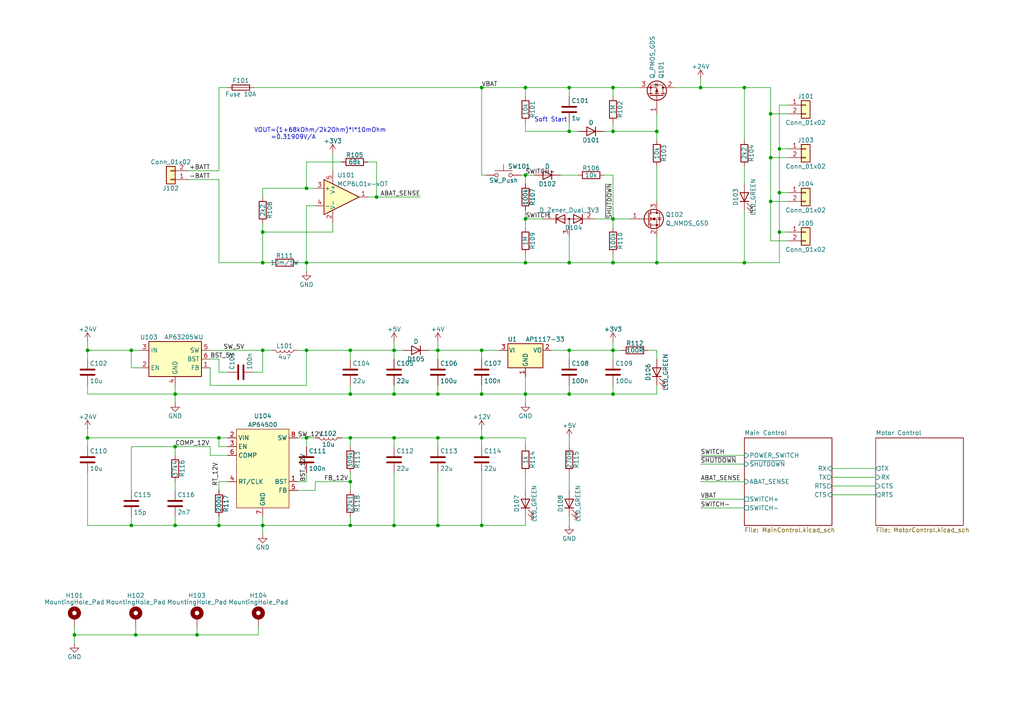
<source format=kicad_sch>
(kicad_sch (version 20230121) (generator eeschema)
  (paper "A4")
  (title_block (title "Mainboard") (date "2022-08-02") (rev "2.1") (company "luhbots"))
  (lib_symbols
    (symbol "AP64500:AP64500"
      (property "Reference" "U" (at 0 6.35 0))
      (property "Value" "AP64500" (at 0 3.81 0))
      (symbol "AP64500_0_1"
        (rectangle (start -7.62 2.54) (end 7.62 -20.32) (fill (type background)))
      )
      (symbol "AP64500_1_1"
        (pin bidirectional line (at 10.16 -12.7 180) (length 2.54) (name "BST") (number "1"))
        (pin power_in line (at -10.16 0 0) (length 2.54) (name "VIN") (number "2"))
        (pin input line (at -10.16 -2.54 0) (length 2.54) (name "EN") (number "3"))
        (pin passive line (at -10.16 -12.7 0) (length 2.54) (name "RT/CLK") (number "4"))
        (pin input line (at 10.16 -15.24 180) (length 2.54) (name "FB") (number "5"))
        (pin passive line (at -10.16 -5.08 0) (length 2.54) (name "COMP") (number "6"))
        (pin passive line (at 0 -22.86 90) (length 2.54) (name "GND") (number "7"))
        (pin power_out line (at 10.16 0 180) (length 2.54) (name "SW") (number "8"))
      )
    )
    (symbol "Amplifier_Operational:MCP6L01x-xOT" (pin_names (offset 0.127))
      (property "Reference" "U" (at -1.27 6.35 0))
      (property "Value" "MCP6L01x-xOT" (at -1.27 3.81 0))
      (symbol "MCP6L01x-xOT_0_1"
        (polyline (pts (xy -5.08 5.08) (xy 5.08 0) (xy -5.08 -5.08) (xy -5.08 5.08)) (stroke (width 0.254)) (fill (type background)))
        (pin power_in line (at -2.54 -7.62 90) (length 3.81) (name "V-") (number "2"))
        (pin power_in line (at -2.54 7.62 270) (length 3.81) (name "V+") (number "5"))
      )
      (symbol "MCP6L01x-xOT_1_1"
        (pin output line (at 7.62 0 180) (length 2.54) (name "~") (number "1"))
        (pin input line (at -7.62 2.54 0) (length 2.54) (name "+") (number "3"))
        (pin input line (at -7.62 -2.54 0) (length 2.54) (name "-") (number "4"))
      )
    )
    (symbol "Connector_Generic:Conn_01x02" (pin_names (offset 1.016) hide)
      (property "Reference" "J" (at 0 2.54 0))
      (property "Value" "Conn_01x02" (at 0 -5.08 0))
      (symbol "Conn_01x02_1_1"
        (rectangle (start -1.27 -2.413) (end 0 -2.667) (stroke (width 0.1524)))
        (rectangle (start -1.27 0.127) (end 0 -0.127) (stroke (width 0.1524)))
        (rectangle (start -1.27 1.27) (end 1.27 -3.81) (stroke (width 0.254)) (fill (type background)))
        (pin passive line (at -5.08 0 0) (length 3.81) (name "Pin_1") (number "1"))
        (pin passive line (at -5.08 -2.54 0) (length 3.81) (name "Pin_2") (number "2"))
      )
    )
    (symbol "Device:C" (pin_numbers hide) (pin_names (offset 0.254))
      (property "Reference" "C" (at 0.635 2.54 0))
      (property "Value" "C" (at 0.635 -2.54 0))
      (symbol "C_0_1"
        (polyline (pts (xy -2.032 -0.762) (xy 2.032 -0.762)) (stroke (width 0.508)))
        (polyline (pts (xy -2.032 0.762) (xy 2.032 0.762)) (stroke (width 0.508)))
      )
      (symbol "C_1_1"
        (pin passive line (at 0 3.81 270) (length 2.794) (name "~") (number "1"))
        (pin passive line (at 0 -3.81 90) (length 2.794) (name "~") (number "2"))
      )
    )
    (symbol "Device:D" (pin_numbers hide) (pin_names (offset 1.016) hide)
      (property "Reference" "D" (at 0 2.54 0))
      (property "Value" "D" (at 0 -2.54 0))
      (symbol "D_0_1"
        (polyline (pts (xy -1.27 1.27) (xy -1.27 -1.27)) (stroke (width 0.254)))
        (polyline (pts (xy 1.27 0) (xy -1.27 0)))
        (polyline (pts (xy 1.27 1.27) (xy 1.27 -1.27) (xy -1.27 0) (xy 1.27 1.27)) (stroke (width 0.254)))
      )
      (symbol "D_1_1"
        (pin passive line (at -3.81 0 0) (length 2.54) (name "K") (number "1"))
        (pin passive line (at 3.81 0 180) (length 2.54) (name "A") (number "2"))
      )
    )
    (symbol "Device:D_Zener_Dual_CommonAnode_KKA" (pin_names (offset 0.762) hide)
      (property "Reference" "D" (at 1.27 -2.54 0))
      (property "Value" "D_Zener_Dual_CommonAnode_KKA" (at 0 2.54 0))
      (symbol "D_Zener_Dual_CommonAnode_KKA_0_1"
        (polyline (pts (xy -3.556 0) (xy 3.81 0)))
        (polyline (pts (xy 0 0) (xy 0 -2.54)))
        (polyline (pts (xy -3.81 -1.27) (xy -3.81 1.27) (xy -3.302 1.27)) (stroke (width 0.254)))
        (polyline (pts (xy 3.302 -1.27) (xy 3.81 -1.27) (xy 3.81 1.27)) (stroke (width 0.254)))
        (polyline (pts (xy -1.27 -1.27) (xy -3.81 0) (xy -1.27 1.27) (xy -1.27 -1.27) (xy -1.27 -1.27) (xy -1.27 -1.27)) (stroke (width 0.254)))
        (polyline (pts (xy 1.27 1.27) (xy 3.81 0) (xy 1.27 -1.27) (xy 1.27 1.27) (xy 1.27 1.27) (xy 1.27 1.27)) (stroke (width 0.254)))
        (circle (center 0 0) (radius 0.254) (fill (type outline)))
        (pin passive line (at -7.62 0 0) (length 3.81) (name "K") (number "1"))
        (pin passive line (at 7.62 0 180) (length 3.81) (name "K") (number "2"))
        (pin passive line (at 0 -5.08 90) (length 2.54) (name "A") (number "3"))
      )
    )
    (symbol "Device:Fuse" (pin_numbers hide) (pin_names (offset 0))
      (property "Reference" "F" (at 2.032 0 90))
      (property "Value" "Fuse" (at -1.905 0 90))
      (symbol "Fuse_0_1"
        (rectangle (start -0.762 -2.54) (end 0.762 2.54) (stroke (width 0.254)))
        (polyline (pts (xy 0 2.54) (xy 0 -2.54)))
      )
      (symbol "Fuse_1_1"
        (pin passive line (at 0 3.81 270) (length 1.27) (name "~") (number "1"))
        (pin passive line (at 0 -3.81 90) (length 1.27) (name "~") (number "2"))
      )
    )
    (symbol "Device:L" (pin_numbers hide) (pin_names (offset 1.016) hide)
      (property "Reference" "L" (at -1.27 0 90))
      (property "Value" "L" (at 1.905 0 90))
      (symbol "L_0_1"
        (arc (start 0 -2.54) (mid 0.6323 -1.905) (end 0 -1.27))
        (arc (start 0 -1.27) (mid 0.6323 -0.635) (end 0 0))
        (arc (start 0 0) (mid 0.6323 0.635) (end 0 1.27))
        (arc (start 0 1.27) (mid 0.6323 1.905) (end 0 2.54))
      )
      (symbol "L_1_1"
        (pin passive line (at 0 3.81 270) (length 1.27) (name "1") (number "1"))
        (pin passive line (at 0 -3.81 90) (length 1.27) (name "2") (number "2"))
      )
    )
    (symbol "Device:LED" (pin_numbers hide) (pin_names (offset 1.016) hide)
      (property "Reference" "D" (at 0 2.54 0))
      (property "Value" "LED" (at 0 -2.54 0))
      (symbol "LED_0_1"
        (polyline (pts (xy -1.27 -1.27) (xy -1.27 1.27)) (stroke (width 0.254)))
        (polyline (pts (xy -1.27 0) (xy 1.27 0)))
        (polyline (pts (xy 1.27 -1.27) (xy 1.27 1.27) (xy -1.27 0) (xy 1.27 -1.27)) (stroke (width 0.254)))
        (polyline (pts (xy -3.048 -0.762) (xy -4.572 -2.286) (xy -3.81 -2.286) (xy -4.572 -2.286) (xy -4.572 -1.524)))
        (polyline (pts (xy -1.778 -0.762) (xy -3.302 -2.286) (xy -2.54 -2.286) (xy -3.302 -2.286) (xy -3.302 -1.524)))
      )
      (symbol "LED_1_1"
        (pin passive line (at -3.81 0 0) (length 2.54) (name "K") (number "1"))
        (pin passive line (at 3.81 0 180) (length 2.54) (name "A") (number "2"))
      )
    )
    (symbol "Device:Q_NMOS_GSD" (pin_names (offset 0) hide)
      (property "Reference" "Q" (at 5.08 1.27 0))
      (property "Value" "Q_NMOS_GSD" (at 5.08 -1.27 0))
      (symbol "Q_NMOS_GSD_0_1"
        (polyline (pts (xy 0.254 0) (xy -2.54 0)))
        (polyline (pts (xy 0.254 1.905) (xy 0.254 -1.905)) (stroke (width 0.254)))
        (polyline (pts (xy 0.762 -1.27) (xy 0.762 -2.286)) (stroke (width 0.254)))
        (polyline (pts (xy 0.762 0.508) (xy 0.762 -0.508)) (stroke (width 0.254)))
        (polyline (pts (xy 0.762 2.286) (xy 0.762 1.27)) (stroke (width 0.254)))
        (polyline (pts (xy 2.54 2.54) (xy 2.54 1.778)))
        (polyline (pts (xy 2.54 -2.54) (xy 2.54 0) (xy 0.762 0)))
        (polyline (pts (xy 0.762 -1.778) (xy 3.302 -1.778) (xy 3.302 1.778) (xy 0.762 1.778)))
        (polyline (pts (xy 1.016 0) (xy 2.032 0.381) (xy 2.032 -0.381) (xy 1.016 0)) (fill (type outline)))
        (polyline (pts (xy 2.794 0.508) (xy 2.921 0.381) (xy 3.683 0.381) (xy 3.81 0.254)))
        (polyline (pts (xy 3.302 0.381) (xy 2.921 -0.254) (xy 3.683 -0.254) (xy 3.302 0.381)))
        (circle (center 1.651 0) (radius 2.794) (stroke (width 0.254)))
        (circle (center 2.54 -1.778) (radius 0.254) (fill (type outline)))
        (circle (center 2.54 1.778) (radius 0.254) (fill (type outline)))
      )
      (symbol "Q_NMOS_GSD_1_1"
        (pin input line (at -5.08 0 0) (length 2.54) (name "G") (number "1"))
        (pin passive line (at 2.54 -5.08 90) (length 2.54) (name "S") (number "2"))
        (pin passive line (at 2.54 5.08 270) (length 2.54) (name "D") (number "3"))
      )
    )
    (symbol "Device:Q_PMOS_GDS" (pin_names (offset 0) hide)
      (property "Reference" "Q" (at 5.08 1.27 0))
      (property "Value" "Q_PMOS_GDS" (at 5.08 -1.27 0))
      (symbol "Q_PMOS_GDS_0_1"
        (polyline (pts (xy 0.254 0) (xy -2.54 0)))
        (polyline (pts (xy 0.254 1.905) (xy 0.254 -1.905)) (stroke (width 0.254)))
        (polyline (pts (xy 0.762 -1.27) (xy 0.762 -2.286)) (stroke (width 0.254)))
        (polyline (pts (xy 0.762 0.508) (xy 0.762 -0.508)) (stroke (width 0.254)))
        (polyline (pts (xy 0.762 2.286) (xy 0.762 1.27)) (stroke (width 0.254)))
        (polyline (pts (xy 2.54 2.54) (xy 2.54 1.778)))
        (polyline (pts (xy 2.54 -2.54) (xy 2.54 0) (xy 0.762 0)))
        (polyline (pts (xy 0.762 1.778) (xy 3.302 1.778) (xy 3.302 -1.778) (xy 0.762 -1.778)))
        (polyline (pts (xy 2.286 0) (xy 1.27 0.381) (xy 1.27 -0.381) (xy 2.286 0)) (fill (type outline)))
        (polyline (pts (xy 2.794 -0.508) (xy 2.921 -0.381) (xy 3.683 -0.381) (xy 3.81 -0.254)))
        (polyline (pts (xy 3.302 -0.381) (xy 2.921 0.254) (xy 3.683 0.254) (xy 3.302 -0.381)))
        (circle (center 1.651 0) (radius 2.794) (stroke (width 0.254)))
        (circle (center 2.54 -1.778) (radius 0.254) (fill (type outline)))
        (circle (center 2.54 1.778) (radius 0.254) (fill (type outline)))
      )
      (symbol "Q_PMOS_GDS_1_1"
        (pin input line (at -5.08 0 0) (length 2.54) (name "G") (number "1"))
        (pin passive line (at 2.54 5.08 270) (length 2.54) (name "D") (number "2"))
        (pin passive line (at 2.54 -5.08 90) (length 2.54) (name "S") (number "3"))
      )
    )
    (symbol "Device:R" (pin_numbers hide) (pin_names (offset 0))
      (property "Reference" "R" (at 2.032 0 90))
      (property "Value" "R" (at 0 0 90))
      (symbol "R_0_1"
        (rectangle (start -1.016 -2.54) (end 1.016 2.54) (stroke (width 0.254)))
      )
      (symbol "R_1_1"
        (pin passive line (at 0 3.81 270) (length 1.27) (name "~") (number "1"))
        (pin passive line (at 0 -3.81 90) (length 1.27) (name "~") (number "2"))
      )
    )
    (symbol "Mechanical:MountingHole_Pad" (pin_numbers hide) (pin_names (offset 1.016) hide)
      (property "Reference" "H" (at 0 6.35 0))
      (property "Value" "MountingHole_Pad" (at 0 4.445 0))
      (symbol "MountingHole_Pad_0_1"
        (circle (center 0 1.27) (radius 1.27) (stroke (width 1.27)))
      )
      (symbol "MountingHole_Pad_1_1"
        (pin input line (at 0 -2.54 90) (length 2.54) (name "1") (number "1"))
      )
    )
    (symbol "Regulator_Linear:AP1117-33" (pin_names (offset 0.254))
      (property "Reference" "U" (at -3.81 3.175 0))
      (property "Value" "AP1117-33" (at 0 3.175 0))
      (symbol "AP1117-33_0_1"
        (rectangle (start -5.08 -5.08) (end 5.08 1.905) (stroke (width 0.254)) (fill (type background)))
      )
      (symbol "AP1117-33_1_1"
        (pin power_in line (at 0 -7.62 90) (length 2.54) (name "GND") (number "1"))
        (pin power_out line (at 7.62 0 180) (length 2.54) (name "VO") (number "2"))
        (pin power_in line (at -7.62 0 0) (length 2.54) (name "VI") (number "3"))
      )
    )
    (symbol "Regulator_Switching:AP63205WU"
      (property "Reference" "U" (at -7.62 6.35 0))
      (property "Value" "AP63205WU" (at 2.54 6.35 0))
      (symbol "AP63205WU_0_1"
        (rectangle (start -7.62 5.08) (end 7.62 -5.08) (stroke (width 0.254)) (fill (type background)))
      )
      (symbol "AP63205WU_1_1"
        (pin input line (at 10.16 -2.54 180) (length 2.54) (name "FB") (number "1"))
        (pin input line (at -10.16 -2.54 0) (length 2.54) (name "EN") (number "2"))
        (pin power_in line (at -10.16 2.54 0) (length 2.54) (name "IN") (number "3"))
        (pin power_in line (at 0 -7.62 90) (length 2.54) (name "GND") (number "4"))
        (pin output line (at 10.16 2.54 180) (length 2.54) (name "SW") (number "5"))
        (pin passive line (at 10.16 0 180) (length 2.54) (name "BST") (number "6"))
      )
    )
    (symbol "Switch:SW_Push" (pin_numbers hide) (pin_names (offset 1.016) hide)
      (property "Reference" "SW" (at 1.27 2.54 0))
      (property "Value" "SW_Push" (at 0 -1.524 0))
      (symbol "SW_Push_0_1"
        (circle (center -2.032 0) (radius 0.508))
        (polyline (pts (xy 0 1.27) (xy 0 3.048)))
        (polyline (pts (xy 2.54 1.27) (xy -2.54 1.27)))
        (circle (center 2.032 0) (radius 0.508))
        (pin passive line (at -5.08 0 0) (length 2.54) (name "1") (number "1"))
        (pin passive line (at 5.08 0 180) (length 2.54) (name "2") (number "2"))
      )
    )
    (symbol "power:+12V" (power) (pin_names (offset 0))
      (property "Value" "+12V" (at 0 3.556 0))
      (symbol "+12V_0_1"
        (polyline (pts (xy -0.762 1.27) (xy 0 2.54)))
        (polyline (pts (xy 0 0) (xy 0 2.54)))
        (polyline (pts (xy 0 2.54) (xy 0.762 1.27)))
      )
      (symbol "+12V_1_1"
        (pin power_in line (at 0 0 90) (length 0) hide (name "+12V") (number "1"))
      )
    )
    (symbol "power:+24V" (power) (pin_names (offset 0))
      (property "Value" "+24V" (at 0 3.556 0))
      (symbol "+24V_0_1"
        (polyline (pts (xy -0.762 1.27) (xy 0 2.54)))
        (polyline (pts (xy 0 0) (xy 0 2.54)))
        (polyline (pts (xy 0 2.54) (xy 0.762 1.27)))
      )
      (symbol "+24V_1_1"
        (pin power_in line (at 0 0 90) (length 0) hide (name "+24V") (number "1"))
      )
    )
    (symbol "power:+3V3" (power) (pin_names (offset 0))
      (property "Value" "+3V3" (at 0 3.556 0))
      (symbol "+3V3_0_1"
        (polyline (pts (xy -0.762 1.27) (xy 0 2.54)))
        (polyline (pts (xy 0 0) (xy 0 2.54)))
        (polyline (pts (xy 0 2.54) (xy 0.762 1.27)))
      )
      (symbol "+3V3_1_1"
        (pin power_in line (at 0 0 90) (length 0) hide (name "+3V3") (number "1"))
      )
    )
    (symbol "power:+4V" (power) (pin_names (offset 0))
      (property "Value" "+4V" (at 0 3.556 0))
      (symbol "+4V_0_1"
        (polyline (pts (xy -0.762 1.27) (xy 0 2.54)))
        (polyline (pts (xy 0 0) (xy 0 2.54)))
        (polyline (pts (xy 0 2.54) (xy 0.762 1.27)))
      )
      (symbol "+4V_1_1"
        (pin power_in line (at 0 0 90) (length 0) hide (name "+4V") (number "1"))
      )
    )
    (symbol "power:+5V" (power) (pin_names (offset 0))
      (property "Value" "+5V" (at 0 3.556 0))
      (symbol "+5V_0_1"
        (polyline (pts (xy -0.762 1.27) (xy 0 2.54)))
        (polyline (pts (xy 0 0) (xy 0 2.54)))
        (polyline (pts (xy 0 2.54) (xy 0.762 1.27)))
      )
      (symbol "+5V_1_1"
        (pin power_in line (at 0 0 90) (length 0) hide (name "+5V") (number "1"))
      )
    )
    (symbol "power:GND" (power) (pin_names (offset 0))
      (property "Value" "GND" (at 0 -3.81 0))
      (symbol "GND_0_1"
        (polyline (pts (xy 0 0) (xy 0 -1.27) (xy 1.27 -1.27) (xy 0 -2.54) (xy -1.27 -1.27) (xy 0 -1.27)))
      )
      (symbol "GND_1_1"
        (pin power_in line (at 0 0 270) (length 0) hide (name "GND") (number "1"))
      )
    )
  )
  (junction (at 165.1 38.1))
  (junction (at 76.2 76.2))
  (junction (at 139.7 127))
  (junction (at 152.4 76.2))
  (junction (at 165.1 76.2))
  (junction (at 114.3 127))
  (junction (at 21.59 184.15))
  (junction (at 127 127))
  (junction (at 25.4 127))
  (junction (at 139.7 101.6))
  (junction (at 38.1 101.6))
  (junction (at 223.52 45.72))
  (junction (at 88.9 76.2))
  (junction (at 38.1 152.4))
  (junction (at 177.8 38.1))
  (junction (at 127 114.3))
  (junction (at 101.6 114.3))
  (junction (at 215.9 76.2))
  (junction (at 101.6 127))
  (junction (at 63.5 127))
  (junction (at 50.8 152.4))
  (junction (at 101.6 139.7))
  (junction (at 223.52 58.42))
  (junction (at 114.3 152.4))
  (junction (at 190.5 38.1))
  (junction (at 101.6 152.4))
  (junction (at 127 101.6))
  (junction (at 177.8 63.5))
  (junction (at 76.2 101.6))
  (junction (at 226.06 55.88))
  (junction (at 177.8 101.6))
  (junction (at 101.6 101.6))
  (junction (at 152.4 25.4))
  (junction (at 50.8 129.54))
  (junction (at 76.2 152.4))
  (junction (at 165.1 25.4))
  (junction (at 88.9 54.61))
  (junction (at 127 152.4))
  (junction (at 215.9 25.4))
  (junction (at 88.9 101.6))
  (junction (at 76.2 67.31))
  (junction (at 39.37 184.15))
  (junction (at 152.4 63.5))
  (junction (at 50.8 114.3))
  (junction (at 223.52 33.02))
  (junction (at 177.8 76.2))
  (junction (at 139.7 114.3))
  (junction (at 139.7 25.4))
  (junction (at 203.2 25.4))
  (junction (at 88.9 127))
  (junction (at 63.5 152.4))
  (junction (at 165.1 101.6))
  (junction (at 114.3 114.3))
  (junction (at 177.8 25.4))
  (junction (at 226.06 67.31))
  (junction (at 109.22 57.15))
  (junction (at 25.4 101.6))
  (junction (at 139.7 152.4))
  (junction (at 152.4 50.8))
  (junction (at 190.5 76.2))
  (junction (at 177.8 114.3))
  (junction (at 165.1 114.3))
  (junction (at 57.15 184.15))
  (junction (at 152.4 114.3))
  (junction (at 226.06 43.18))
  (junction (at 114.3 101.6))
  (wire (pts (xy 203.2 25.4) (xy 195.58 25.4)))
  (wire (pts (xy 88.9 46.99) (xy 88.9 54.61)))
  (wire (pts (xy 21.59 184.15) (xy 21.59 186.69)))
  (wire (pts (xy 190.5 68.58) (xy 190.5 76.2)))
  (wire (pts (xy 139.7 25.4) (xy 152.4 25.4)))
  (wire (pts (xy 152.4 63.5) (xy 152.4 66.04)))
  (wire (pts (xy 101.6 152.4) (xy 76.2 152.4)))
  (wire (pts (xy 63.5 149.86) (xy 63.5 152.4)))
  (wire (pts (xy 60.96 106.68) (xy 60.96 111.76)))
  (wire (pts (xy 50.8 111.76) (xy 50.8 114.3)))
  (wire (pts (xy 203.2 25.4) (xy 215.9 25.4)))
  (wire (pts (xy 88.9 127) (xy 88.9 129.54)))
  (wire (pts (xy 203.2 132.08) (xy 215.9 132.08)))
  (wire (pts (xy 203.2 139.7) (xy 215.9 139.7)))
  (wire (pts (xy 152.4 149.86) (xy 152.4 152.4)))
  (wire (pts (xy 177.8 73.66) (xy 177.8 76.2)))
  (wire (pts (xy 25.4 114.3) (xy 50.8 114.3)))
  (wire (pts (xy 152.4 63.5) (xy 157.48 63.5)))
  (wire (pts (xy 190.5 114.3) (xy 177.8 114.3)))
  (wire (pts (xy 177.8 38.1) (xy 190.5 38.1)))
  (wire (pts (xy 50.8 139.7) (xy 50.8 142.24)))
  (wire (pts (xy 152.4 76.2) (xy 165.1 76.2)))
  (wire (pts (xy 152.4 129.54) (xy 152.4 127)))
  (wire (pts (xy 152.4 109.22) (xy 152.4 114.3)))
  (wire (pts (xy 109.22 57.15) (xy 109.22 46.99)))
  (wire (pts (xy 190.5 101.6) (xy 190.5 104.14)))
  (wire (pts (xy 223.52 45.72) (xy 228.6 45.72)))
  (wire (pts (xy 96.52 64.77) (xy 96.52 67.31)))
  (wire (pts (xy 241.3 140.97) (xy 254 140.97)))
  (wire (pts (xy 187.96 101.6) (xy 190.5 101.6)))
  (wire (pts (xy 228.6 30.48) (xy 226.06 30.48)))
  (wire (pts (xy 152.4 127) (xy 139.7 127)))
  (wire (pts (xy 177.8 35.56) (xy 177.8 38.1)))
  (wire (pts (xy 60.96 101.6) (xy 76.2 101.6)))
  (wire (pts (xy 101.6 137.16) (xy 101.6 139.7)))
  (wire (pts (xy 165.1 114.3) (xy 177.8 114.3)))
  (wire (pts (xy 99.06 127) (xy 101.6 127)))
  (wire (pts (xy 114.3 127) (xy 114.3 129.54)))
  (wire (pts (xy 63.5 49.53) (xy 63.5 25.4)))
  (wire (pts (xy 152.4 114.3) (xy 152.4 116.84)))
  (wire (pts (xy 38.1 152.4) (xy 25.4 152.4)))
  (wire (pts (xy 86.36 127) (xy 88.9 127)))
  (wire (pts (xy 66.04 129.54) (xy 63.5 129.54)))
  (wire (pts (xy 76.2 67.31) (xy 76.2 76.2)))
  (wire (pts (xy 228.6 69.85) (xy 223.52 69.85)))
  (wire (pts (xy 76.2 54.61) (xy 88.9 54.61)))
  (wire (pts (xy 21.59 184.15) (xy 39.37 184.15)))
  (wire (pts (xy 162.56 50.8) (xy 167.64 50.8)))
  (wire (pts (xy 25.4 124.46) (xy 25.4 127)))
  (wire (pts (xy 226.06 55.88) (xy 226.06 67.31)))
  (wire (pts (xy 21.59 181.61) (xy 21.59 184.15)))
  (wire (pts (xy 223.52 58.42) (xy 228.6 58.42)))
  (wire (pts (xy 127 99.06) (xy 127 101.6)))
  (wire (pts (xy 101.6 101.6) (xy 101.6 104.14)))
  (wire (pts (xy 86.36 76.2) (xy 88.9 76.2)))
  (wire (pts (xy 167.64 38.1) (xy 165.1 38.1)))
  (wire (pts (xy 165.1 25.4) (xy 177.8 25.4)))
  (wire (pts (xy 241.3 143.51) (xy 254 143.51)))
  (wire (pts (xy 127 101.6) (xy 127 104.14)))
  (wire (pts (xy 25.4 111.76) (xy 25.4 114.3)))
  (wire (pts (xy 165.1 25.4) (xy 165.1 27.94)))
  (wire (pts (xy 76.2 152.4) (xy 63.5 152.4)))
  (wire (pts (xy 177.8 76.2) (xy 190.5 76.2)))
  (wire (pts (xy 127 111.76) (xy 127 114.3)))
  (wire (pts (xy 54.61 49.53) (xy 63.5 49.53)))
  (wire (pts (xy 175.26 50.8) (xy 177.8 50.8)))
  (wire (pts (xy 60.96 111.76) (xy 88.9 111.76)))
  (wire (pts (xy 76.2 76.2) (xy 78.74 76.2)))
  (wire (pts (xy 190.5 33.02) (xy 190.5 38.1)))
  (wire (pts (xy 88.9 59.69) (xy 91.44 59.69)))
  (wire (pts (xy 38.1 129.54) (xy 50.8 129.54)))
  (wire (pts (xy 86.36 101.6) (xy 88.9 101.6)))
  (wire (pts (xy 140.97 50.8) (xy 139.7 50.8)))
  (wire (pts (xy 114.3 101.6) (xy 114.3 104.14)))
  (wire (pts (xy 63.5 127) (xy 66.04 127)))
  (wire (pts (xy 139.7 124.46) (xy 139.7 127)))
  (wire (pts (xy 152.4 27.94) (xy 152.4 25.4)))
  (wire (pts (xy 223.52 69.85) (xy 223.52 58.42)))
  (wire (pts (xy 99.06 46.99) (xy 88.9 46.99)))
  (wire (pts (xy 177.8 63.5) (xy 177.8 66.04)))
  (wire (pts (xy 63.5 129.54) (xy 63.5 127)))
  (wire (pts (xy 50.8 129.54) (xy 60.96 129.54)))
  (wire (pts (xy 190.5 111.76) (xy 190.5 114.3)))
  (wire (pts (xy 241.3 138.43) (xy 254 138.43)))
  (wire (pts (xy 63.5 152.4) (xy 50.8 152.4)))
  (wire (pts (xy 91.44 139.7) (xy 101.6 139.7)))
  (wire (pts (xy 203.2 144.78) (xy 215.9 144.78)))
  (wire (pts (xy 139.7 111.76) (xy 139.7 114.3)))
  (wire (pts (xy 215.9 48.26) (xy 215.9 53.34)))
  (wire (pts (xy 226.06 55.88) (xy 228.6 55.88)))
  (wire (pts (xy 177.8 114.3) (xy 177.8 111.76)))
  (wire (pts (xy 88.9 76.2) (xy 152.4 76.2)))
  (wire (pts (xy 25.4 129.54) (xy 25.4 127)))
  (wire (pts (xy 152.4 137.16) (xy 152.4 142.24)))
  (wire (pts (xy 114.3 152.4) (xy 101.6 152.4)))
  (wire (pts (xy 241.3 135.89) (xy 254 135.89)))
  (wire (pts (xy 63.5 104.14) (xy 60.96 104.14)))
  (wire (pts (xy 86.36 139.7) (xy 88.9 139.7)))
  (wire (pts (xy 38.1 101.6) (xy 40.64 101.6)))
  (wire (pts (xy 50.8 152.4) (xy 38.1 152.4)))
  (wire (pts (xy 215.9 40.64) (xy 215.9 25.4)))
  (wire (pts (xy 66.04 139.7) (xy 63.5 139.7)))
  (wire (pts (xy 223.52 58.42) (xy 223.52 45.72)))
  (wire (pts (xy 114.3 99.06) (xy 114.3 101.6)))
  (wire (pts (xy 88.9 54.61) (xy 91.44 54.61)))
  (wire (pts (xy 139.7 137.16) (xy 139.7 152.4)))
  (wire (pts (xy 152.4 50.8) (xy 154.94 50.8)))
  (wire (pts (xy 25.4 152.4) (xy 25.4 137.16)))
  (wire (pts (xy 39.37 181.61) (xy 39.37 184.15)))
  (wire (pts (xy 76.2 152.4) (xy 76.2 154.94)))
  (wire (pts (xy 226.06 43.18) (xy 226.06 55.88)))
  (wire (pts (xy 215.9 76.2) (xy 190.5 76.2)))
  (wire (pts (xy 152.4 38.1) (xy 152.4 35.56)))
  (wire (pts (xy 101.6 149.86) (xy 101.6 152.4)))
  (wire (pts (xy 106.68 46.99) (xy 109.22 46.99)))
  (wire (pts (xy 177.8 25.4) (xy 177.8 27.94)))
  (wire (pts (xy 139.7 127) (xy 139.7 129.54)))
  (wire (pts (xy 160.02 101.6) (xy 165.1 101.6)))
  (wire (pts (xy 215.9 60.96) (xy 215.9 76.2)))
  (wire (pts (xy 25.4 127) (xy 63.5 127)))
  (wire (pts (xy 63.5 107.95) (xy 63.5 104.14)))
  (wire (pts (xy 127 152.4) (xy 114.3 152.4)))
  (wire (pts (xy 152.4 50.8) (xy 152.4 53.34)))
  (wire (pts (xy 88.9 127) (xy 91.44 127)))
  (wire (pts (xy 203.2 134.62) (xy 215.9 134.62)))
  (wire (pts (xy 25.4 99.06) (xy 25.4 101.6)))
  (wire (pts (xy 88.9 139.7) (xy 88.9 137.16)))
  (wire (pts (xy 165.1 35.56) (xy 165.1 38.1)))
  (wire (pts (xy 50.8 114.3) (xy 101.6 114.3)))
  (wire (pts (xy 139.7 50.8) (xy 139.7 25.4)))
  (wire (pts (xy 127 127) (xy 139.7 127)))
  (wire (pts (xy 190.5 48.26) (xy 190.5 58.42)))
  (wire (pts (xy 38.1 142.24) (xy 38.1 129.54)))
  (wire (pts (xy 226.06 67.31) (xy 228.6 67.31)))
  (wire (pts (xy 139.7 114.3) (xy 152.4 114.3)))
  (wire (pts (xy 96.52 44.45) (xy 96.52 49.53)))
  (wire (pts (xy 152.4 73.66) (xy 152.4 76.2)))
  (wire (pts (xy 57.15 184.15) (xy 74.93 184.15)))
  (wire (pts (xy 223.52 33.02) (xy 223.52 25.4)))
  (wire (pts (xy 165.1 101.6) (xy 165.1 104.14)))
  (wire (pts (xy 101.6 139.7) (xy 101.6 142.24)))
  (wire (pts (xy 165.1 68.58) (xy 165.1 76.2)))
  (wire (pts (xy 165.1 111.76) (xy 165.1 114.3)))
  (wire (pts (xy 177.8 101.6) (xy 177.8 104.14)))
  (wire (pts (xy 226.06 43.18) (xy 228.6 43.18)))
  (wire (pts (xy 38.1 106.68) (xy 38.1 101.6)))
  (wire (pts (xy 203.2 22.86) (xy 203.2 25.4)))
  (wire (pts (xy 190.5 38.1) (xy 190.5 40.64)))
  (wire (pts (xy 86.36 142.24) (xy 91.44 142.24)))
  (wire (pts (xy 114.3 111.76) (xy 114.3 114.3)))
  (wire (pts (xy 88.9 76.2) (xy 88.9 78.74)))
  (wire (pts (xy 109.22 57.15) (xy 121.92 57.15)))
  (wire (pts (xy 63.5 25.4) (xy 66.04 25.4)))
  (wire (pts (xy 25.4 101.6) (xy 38.1 101.6)))
  (wire (pts (xy 165.1 76.2) (xy 177.8 76.2)))
  (wire (pts (xy 177.8 50.8) (xy 177.8 63.5)))
  (wire (pts (xy 25.4 104.14) (xy 25.4 101.6)))
  (wire (pts (xy 101.6 111.76) (xy 101.6 114.3)))
  (wire (pts (xy 139.7 101.6) (xy 139.7 104.14)))
  (wire (pts (xy 38.1 149.86) (xy 38.1 152.4)))
  (wire (pts (xy 127 101.6) (xy 139.7 101.6)))
  (wire (pts (xy 50.8 149.86) (xy 50.8 152.4)))
  (wire (pts (xy 152.4 152.4) (xy 139.7 152.4)))
  (wire (pts (xy 226.06 76.2) (xy 215.9 76.2)))
  (wire (pts (xy 124.46 101.6) (xy 127 101.6)))
  (wire (pts (xy 223.52 45.72) (xy 223.52 33.02)))
  (wire (pts (xy 177.8 101.6) (xy 180.34 101.6)))
  (wire (pts (xy 165.1 149.86) (xy 165.1 152.4)))
  (wire (pts (xy 127 129.54) (xy 127 127)))
  (wire (pts (xy 76.2 67.31) (xy 96.52 67.31)))
  (wire (pts (xy 185.42 25.4) (xy 177.8 25.4)))
  (wire (pts (xy 60.96 132.08) (xy 66.04 132.08)))
  (wire (pts (xy 57.15 181.61) (xy 57.15 184.15)))
  (wire (pts (xy 172.72 63.5) (xy 177.8 63.5)))
  (wire (pts (xy 165.1 38.1) (xy 152.4 38.1)))
  (wire (pts (xy 152.4 60.96) (xy 152.4 63.5)))
  (wire (pts (xy 63.5 76.2) (xy 76.2 76.2)))
  (wire (pts (xy 165.1 137.16) (xy 165.1 142.24)))
  (wire (pts (xy 101.6 127) (xy 114.3 127)))
  (wire (pts (xy 40.64 106.68) (xy 38.1 106.68)))
  (wire (pts (xy 91.44 142.24) (xy 91.44 139.7)))
  (wire (pts (xy 76.2 149.86) (xy 76.2 152.4)))
  (wire (pts (xy 114.3 101.6) (xy 116.84 101.6)))
  (wire (pts (xy 63.5 52.07) (xy 63.5 76.2)))
  (wire (pts (xy 226.06 67.31) (xy 226.06 76.2)))
  (wire (pts (xy 50.8 132.08) (xy 50.8 129.54)))
  (wire (pts (xy 76.2 64.77) (xy 76.2 67.31)))
  (wire (pts (xy 152.4 25.4) (xy 165.1 25.4)))
  (wire (pts (xy 177.8 101.6) (xy 177.8 99.06)))
  (wire (pts (xy 66.04 107.95) (xy 63.5 107.95)))
  (wire (pts (xy 139.7 101.6) (xy 144.78 101.6)))
  (wire (pts (xy 223.52 33.02) (xy 228.6 33.02)))
  (wire (pts (xy 50.8 114.3) (xy 50.8 116.84)))
  (wire (pts (xy 74.93 184.15) (xy 74.93 181.61)))
  (wire (pts (xy 73.66 25.4) (xy 139.7 25.4)))
  (wire (pts (xy 165.1 101.6) (xy 177.8 101.6)))
  (wire (pts (xy 114.3 127) (xy 127 127)))
  (wire (pts (xy 88.9 76.2) (xy 88.9 59.69)))
  (wire (pts (xy 114.3 114.3) (xy 127 114.3)))
  (wire (pts (xy 106.68 57.15) (xy 109.22 57.15)))
  (wire (pts (xy 101.6 127) (xy 101.6 129.54)))
  (wire (pts (xy 182.88 63.5) (xy 177.8 63.5)))
  (wire (pts (xy 151.13 50.8) (xy 152.4 50.8)))
  (wire (pts (xy 114.3 137.16) (xy 114.3 152.4)))
  (wire (pts (xy 101.6 101.6) (xy 114.3 101.6)))
  (wire (pts (xy 54.61 52.07) (xy 63.5 52.07)))
  (wire (pts (xy 152.4 114.3) (xy 165.1 114.3)))
  (wire (pts (xy 101.6 114.3) (xy 114.3 114.3)))
  (wire (pts (xy 76.2 107.95) (xy 73.66 107.95)))
  (wire (pts (xy 88.9 111.76) (xy 88.9 101.6)))
  (wire (pts (xy 226.06 30.48) (xy 226.06 43.18)))
  (wire (pts (xy 139.7 152.4) (xy 127 152.4)))
  (wire (pts (xy 223.52 25.4) (xy 215.9 25.4)))
  (wire (pts (xy 63.5 139.7) (xy 63.5 142.24)))
  (wire (pts (xy 127 114.3) (xy 139.7 114.3)))
  (wire (pts (xy 76.2 101.6) (xy 76.2 107.95)))
  (wire (pts (xy 88.9 101.6) (xy 101.6 101.6)))
  (wire (pts (xy 127 137.16) (xy 127 152.4)))
  (wire (pts (xy 39.37 184.15) (xy 57.15 184.15)))
  (wire (pts (xy 76.2 101.6) (xy 78.74 101.6)))
  (wire (pts (xy 60.96 129.54) (xy 60.96 132.08)))
  (wire (pts (xy 203.2 147.32) (xy 215.9 147.32)))
  (wire (pts (xy 76.2 57.15) (xy 76.2 54.61)))
  (wire (pts (xy 175.26 38.1) (xy 177.8 38.1)))
  (wire (pts (xy 165.1 127) (xy 165.1 129.54)))
  (text "VOUT=(1+68kOhm/2k2Ohm)*I*10mOhm\n     =0.31909V/A" (at 73.66 40.64 0) (effects (font (size 1.27 1.27)) (justify left bottom)))
  (text "Soft Start" (at 154.94 35.56 0) (effects (font (size 1.27 1.27)) (justify left bottom)))
  (label "~{SHUTDOWN}" (at 203.2 134.62 0))
  (label "SWITCH-" (at 203.2 147.32 0))
  (label "SWITCH" (at 152.4 63.5 0))
  (label "BST_5V" (at 60.96 104.14 0))
  (label "COMP_12V" (at 50.8 129.54 0))
  (label "RT_12V" (at 63.5 140.97 90))
  (label "SWITCH-" (at 152.4 50.8 0))
  (label "+BATT" (at 60.96 49.53 180))
  (label "SW_12V" (at 86.36 127 0))
  (label "ABAT_SENSE" (at 121.92 57.15 180))
  (label "~{SHUTDOWN}" (at 177.8 63.5 90))
  (label "BST_12V" (at 88.9 139.7 90))
  (label "SWITCH" (at 203.2 132.08 0))
  (label "SW_5V" (at 64.77 101.6 0))
  (label "FB_12V" (at 93.98 139.7 0))
  (label "VBAT" (at 203.2 144.78 0))
  (label "ABAT_SENSE" (at 203.2 139.7 0))
  (label "VBAT" (at 139.7 25.4 0))
  (label "-BATT" (at 60.96 52.07 180))
  (symbol (lib_id "Connector_Generic:Conn_01x02") (at 233.68 43.18 0) (unit 1)
    (property "Reference" "J103" (at 233.68 40.64 0))
    (property "Value" "Conn_01x02" (at 233.68 48.26 0))
    (property "Footprint" "Connector_Molex:Molex_Micro-Fit_3.0_43650-0200_1x02_P3.00mm_Horizontal" (effects hide))
  )
  (symbol (lib_id "Device:C") (at 127 133.35 0) (unit 1)
    (property "Reference" "C113" (at 127.635 130.81 0) (effects (justify left)))
    (property "Value" "22u" (at 127.635 135.89 0) (effects (justify left)))
    (property "Footprint" "Capacitor_SMD:C_0603_1608Metric" (effects hide))
  )
  (symbol (lib_id "power:+3V3") (at 96.52 44.45 0) (unit 1)
    (property "Reference" "#PWR0102" (effects hide))
    (property "Value" "+3V3" (at 96.52 40.894 0))
  )
  (symbol (lib_id "power:GND") (at 76.2 154.94 0) (unit 1)
    (property "Reference" "#PWR0114" (effects hide))
    (property "Value" "GND" (at 76.2 158.75 0))
  )
  (symbol (lib_id "power:+24V") (at 25.4 99.06 0) (unit 1)
    (property "Reference" "#PWR0104" (effects hide))
    (property "Value" "+24V" (at 25.4 95.504 0))
  )
  (symbol (lib_id "Device:R") (at 50.8 135.89 0) (unit 1)
    (property "Reference" "R116" (at 52.832 135.89 90))
    (property "Value" "37k4" (at 50.8 135.89 90))
    (property "Footprint" "Resistor_SMD:R_0402_1005Metric" (effects hide))
  )
  (symbol (lib_id "Device:C") (at 88.9 133.35 0) (unit 1)
    (property "Reference" "C111" (at 89.535 130.81 0) (effects (justify left)))
    (property "Value" "100n" (at 89.535 135.89 0) (effects (justify left)))
    (property "Footprint" "Capacitor_SMD:C_0402_1005Metric" (effects hide))
  )
  (symbol (lib_id "Device:R") (at 152.4 31.75 0) (unit 1)
    (property "Reference" "R101" (at 154.432 31.75 90))
    (property "Value" "10k" (at 152.4 31.75 90))
    (property "Footprint" "Resistor_SMD:R_0402_1005Metric" (effects hide))
  )
  (symbol (lib_id "Mechanical:MountingHole_Pad") (at 74.93 179.07 0) (unit 1) (in_bom no)
    (property "Reference" "H104" (at 74.93 172.72 0))
    (property "Value" "MountingHole_Pad" (at 74.93 174.625 0))
    (property "Footprint" "MountingHole:MountingHole_3.2mm_M3_DIN965_Pad" (effects hide))
  )
  (symbol (lib_id "Device:C") (at 127 107.95 0) (unit 1)
    (property "Reference" "C106" (at 127.635 105.41 0) (effects (justify left)))
    (property "Value" "100u" (at 127.635 110.49 0) (effects (justify left)))
    (property "Footprint" "Capacitor_SMD:C_0805_2012Metric" (effects hide))
  )
  (symbol (lib_id "power:GND") (at 88.9 78.74 0) (unit 1)
    (property "Reference" "#PWR0103" (effects hide))
    (property "Value" "GND" (at 88.9 82.55 0))
  )
  (symbol (lib_id "Regulator_Linear:AP1117-33") (at 152.4 101.6 0) (unit 1)
    (property "Reference" "U1" (at 148.59 98.425 0))
    (property "Value" "AP1117-33" (at 152.4 98.425 0) (effects (justify left)))
    (property "Footprint" "Package_TO_SOT_SMD:SOT-223-3_TabPin2" (effects hide))
    (property "Datasheet" "http://www.diodes.com/datasheets/AP1117.pdf" (effects hide))
  )
  (symbol (lib_id "Device:Q_PMOS_GDS") (at 190.5 27.94 270) (mirror x) (unit 1)
    (property "Reference" "Q101" (at 191.77 22.86 0) (effects (justify left)))
    (property "Value" "Q_PMOS_GDS" (at 189.23 22.86 0) (effects (justify left)))
    (property "Footprint" "Package_TO_SOT_SMD:TO-252-3_TabPin2" (effects hide))
  )
  (symbol (lib_id "Device:R") (at 101.6 146.05 0) (unit 1)
    (property "Reference" "R118" (at 103.632 146.05 90))
    (property "Value" "22k1" (at 101.6 146.05 90))
    (property "Footprint" "Resistor_SMD:R_0402_1005Metric" (effects hide))
  )
  (symbol (lib_id "Device:C") (at 25.4 133.35 0) (unit 1)
    (property "Reference" "C110" (at 26.035 130.81 0) (effects (justify left)))
    (property "Value" "10u" (at 26.035 135.89 0) (effects (justify left)))
    (property "Footprint" "Capacitor_SMD:C_0805_2012Metric" (effects hide))
  )
  (symbol (lib_id "Device:LED") (at 165.1 146.05 90) (unit 1)
    (property "Reference" "D108" (at 162.56 146.05 0))
    (property "Value" "LED_GREEN" (at 167.64 146.05 0))
    (property "Footprint" "LED_SMD:LED_0603_1608Metric" (effects hide))
  )
  (symbol (lib_id "Mechanical:MountingHole_Pad") (at 39.37 179.07 0) (unit 1) (in_bom no)
    (property "Reference" "H102" (at 39.37 172.72 0))
    (property "Value" "MountingHole_Pad" (at 39.37 174.625 0))
    (property "Footprint" "MountingHole:MountingHole_3.2mm_M3_DIN965_Pad" (effects hide))
  )
  (symbol (lib_id "AP64500:AP64500") (at 76.2 127 0) (unit 1)
    (property "Reference" "U104" (at 76.2 120.65 0))
    (property "Value" "AP64500" (at 76.2 123.19 0))
    (property "Footprint" "Package_SO:SOIC-8_3.9x4.9mm_P1.27mm" (effects hide))
    (property "Datasheet" "https://www.diodes.com/assets/Datasheets/AP64500.pdf" (effects hide))
  )
  (symbol (lib_id "Device:R") (at 177.8 31.75 0) (unit 1)
    (property "Reference" "R102" (at 179.832 31.75 90))
    (property "Value" "1M" (at 177.8 31.75 90))
    (property "Footprint" "Resistor_SMD:R_0402_1005Metric" (effects hide))
  )
  (symbol (lib_id "power:GND") (at 21.59 186.69 0) (unit 1)
    (property "Reference" "#PWR0115" (effects hide))
    (property "Value" "GND" (at 21.59 190.5 0))
  )
  (symbol (lib_id "Mechanical:MountingHole_Pad") (at 21.59 179.07 0) (unit 1) (in_bom no)
    (property "Reference" "H101" (at 21.59 172.72 0))
    (property "Value" "MountingHole_Pad" (at 21.59 174.625 0))
    (property "Footprint" "MountingHole:MountingHole_3.2mm_M3_DIN965_Pad" (effects hide))
  )
  (symbol (lib_id "Device:R") (at 82.55 76.2 90) (unit 1)
    (property "Reference" "R111" (at 82.55 74.168 90))
    (property "Value" "10m/1W" (at 82.55 76.2 90))
    (property "Footprint" "Resistor_SMD:R_1206_3216Metric" (effects hide))
  )
  (symbol (lib_id "Device:Q_NMOS_GSD") (at 187.96 63.5 0) (unit 1)
    (property "Reference" "Q102" (at 193.04 62.23 0) (effects (justify left)))
    (property "Value" "Q_NMOS_GSD" (at 193.04 64.77 0) (effects (justify left)))
    (property "Footprint" "Package_TO_SOT_SMD:SOT-23" (effects hide))
  )
  (symbol (lib_id "Device:C") (at 38.1 146.05 0) (unit 1)
    (property "Reference" "C115" (at 38.735 143.51 0) (effects (justify left)))
    (property "Value" "15p" (at 38.735 148.59 0) (effects (justify left)))
    (property "Footprint" "Capacitor_SMD:C_0402_1005Metric" (effects hide))
  )
  (symbol (lib_id "power:+3V3") (at 177.8 99.06 0) (unit 1)
    (property "Reference" "#PWR0107" (effects hide))
    (property "Value" "+3V3" (at 177.8 95.504 0))
  )
  (symbol (lib_id "Device:R") (at 63.5 146.05 0) (unit 1)
    (property "Reference" "R117" (at 65.532 146.05 90))
    (property "Value" "200k" (at 63.5 146.05 90))
    (property "Footprint" "Resistor_SMD:R_0402_1005Metric" (effects hide))
  )
  (symbol (lib_id "Device:C") (at 114.3 133.35 0) (unit 1)
    (property "Reference" "C112" (at 114.935 130.81 0) (effects (justify left)))
    (property "Value" "22u" (at 114.935 135.89 0) (effects (justify left)))
    (property "Footprint" "Capacitor_SMD:C_0603_1608Metric" (effects hide))
  )
  (symbol (lib_id "Device:D") (at 120.65 101.6 180) (unit 1)
    (property "Reference" "D105" (at 120.65 104.14 0))
    (property "Value" "D" (at 120.65 99.06 0))
    (property "Footprint" "Diode_SMD:D_SOD-323" (effects hide))
  )
  (symbol (lib_id "Device:R") (at 152.4 69.85 0) (unit 1)
    (property "Reference" "R109" (at 154.432 69.85 90))
    (property "Value" "1M" (at 152.4 69.85 90))
    (property "Footprint" "Resistor_SMD:R_0402_1005Metric" (effects hide))
  )
  (symbol (lib_id "power:+5V") (at 114.3 99.06 0) (unit 1)
    (property "Reference" "#PWR0105" (effects hide))
    (property "Value" "+5V" (at 114.3 95.504 0))
  )
  (symbol (lib_id "Device:R") (at 184.15 101.6 90) (unit 1)
    (property "Reference" "R112" (at 184.15 99.568 90))
    (property "Value" "100R" (at 184.15 101.6 90))
    (property "Footprint" "Resistor_SMD:R_0402_1005Metric" (effects hide))
  )
  (symbol (lib_id "Device:C") (at 139.7 133.35 0) (unit 1)
    (property "Reference" "C114" (at 140.335 130.81 0) (effects (justify left)))
    (property "Value" "22u" (at 140.335 135.89 0) (effects (justify left)))
    (property "Footprint" "Capacitor_SMD:C_0603_1608Metric" (effects hide))
  )
  (symbol (lib_id "Connector_Generic:Conn_01x02") (at 233.68 55.88 0) (unit 1)
    (property "Reference" "J104" (at 233.68 53.34 0))
    (property "Value" "Conn_01x02" (at 233.68 60.96 0))
    (property "Footprint" "Connector_Molex:Molex_Micro-Fit_3.0_43650-0200_1x02_P3.00mm_Horizontal" (effects hide))
  )
  (symbol (lib_id "Device:R") (at 165.1 133.35 0) (unit 1)
    (property "Reference" "R115" (at 167.132 133.35 90))
    (property "Value" "270R" (at 165.1 133.35 90))
    (property "Footprint" "Resistor_SMD:R_0402_1005Metric" (effects hide))
  )
  (symbol (lib_id "Device:Fuse") (at 69.85 25.4 90) (unit 1)
    (property "Reference" "F101" (at 69.85 23.368 90))
    (property "Value" "Fuse 10A" (at 69.85 27.305 90))
    (property "Footprint" "Fuse:Fuse_1206_3216Metric" (effects hide))
  )
  (symbol (lib_id "power:+5V") (at 165.1 127 0) (unit 1)
    (property "Reference" "#PWR0112" (effects hide))
    (property "Value" "+5V" (at 165.1 123.444 0))
  )
  (symbol (lib_id "Device:R") (at 76.2 60.96 0) (unit 1)
    (property "Reference" "R108" (at 78.232 60.96 90))
    (property "Value" "2k2" (at 76.2 60.96 90))
    (property "Footprint" "Resistor_SMD:R_0402_1005Metric" (effects hide))
  )
  (symbol (lib_id "Device:C") (at 69.85 107.95 90) (unit 1)
    (property "Reference" "C103" (at 67.31 107.315 0) (effects (justify left)))
    (property "Value" "100n" (at 72.39 107.315 0) (effects (justify left)))
    (property "Footprint" "Capacitor_SMD:C_0402_1005Metric" (effects hide))
  )
  (symbol (lib_id "power:GND") (at 165.1 152.4 0) (unit 1)
    (property "Reference" "#PWR0113" (effects hide))
    (property "Value" "GND" (at 165.1 156.21 0))
  )
  (symbol (lib_id "power:+12V") (at 139.7 124.46 0) (unit 1)
    (property "Reference" "#PWR0111" (effects hide))
    (property "Value" "+12V" (at 139.7 120.904 0))
  )
  (symbol (lib_id "Device:R") (at 102.87 46.99 90) (unit 1)
    (property "Reference" "R105" (at 102.87 44.958 90))
    (property "Value" "68k" (at 102.87 46.99 90))
    (property "Footprint" "Resistor_SMD:R_0402_1005Metric" (effects hide))
  )
  (symbol (lib_id "Device:R") (at 101.6 133.35 0) (unit 1)
    (property "Reference" "R113" (at 103.632 133.35 90))
    (property "Value" "309k" (at 101.6 133.35 90))
    (property "Footprint" "Resistor_SMD:R_0402_1005Metric" (effects hide))
  )
  (symbol (lib_id "power:+24V") (at 25.4 124.46 0) (unit 1)
    (property "Reference" "#PWR0110" (effects hide))
    (property "Value" "+24V" (at 25.4 120.904 0))
  )
  (symbol (lib_id "Device:C") (at 139.7 107.95 0) (unit 1)
    (property "Reference" "C107" (at 140.335 105.41 0) (effects (justify left)))
    (property "Value" "100n" (at 140.335 110.49 0) (effects (justify left)))
    (property "Footprint" "Capacitor_SMD:C_0402_1005Metric" (effects hide))
  )
  (symbol (lib_id "Device:R") (at 152.4 133.35 0) (unit 1)
    (property "Reference" "R114" (at 154.432 133.35 90))
    (property "Value" "1k" (at 152.4 133.35 90))
    (property "Footprint" "Resistor_SMD:R_0402_1005Metric" (effects hide))
  )
  (symbol (lib_id "Connector_Generic:Conn_01x02") (at 233.68 30.48 0) (unit 1)
    (property "Reference" "J101" (at 233.68 27.94 0))
    (property "Value" "Conn_01x02" (at 233.68 35.56 0))
    (property "Footprint" "Connector_Molex:Molex_Micro-Fit_3.0_43650-0200_1x02_P3.00mm_Horizontal" (effects hide))
  )
  (symbol (lib_id "Device:LED") (at 152.4 146.05 90) (unit 1)
    (property "Reference" "D107" (at 149.86 146.05 0))
    (property "Value" "LED_GREEN" (at 154.94 146.05 0))
    (property "Footprint" "LED_SMD:LED_0603_1608Metric" (effects hide))
  )
  (symbol (lib_id "Mechanical:MountingHole_Pad") (at 57.15 179.07 0) (unit 1) (in_bom no)
    (property "Reference" "H103" (at 57.15 172.72 0))
    (property "Value" "MountingHole_Pad" (at 57.15 174.625 0))
    (property "Footprint" "MountingHole:MountingHole_3.2mm_M3_DIN965_Pad" (effects hide))
  )
  (symbol (lib_id "power:GND") (at 152.4 116.84 0) (unit 1)
    (property "Reference" "#PWR0109" (effects hide))
    (property "Value" "GND" (at 152.4 120.65 0))
  )
  (symbol (lib_id "Device:R") (at 177.8 69.85 0) (unit 1)
    (property "Reference" "R110" (at 179.832 69.85 90))
    (property "Value" "100k" (at 177.8 69.85 90))
    (property "Footprint" "Resistor_SMD:R_0402_1005Metric" (effects hide))
  )
  (symbol (lib_id "Amplifier_Operational:MCP6L01x-xOT") (at 99.06 57.15 0) (unit 1)
    (property "Reference" "U101" (at 97.79 50.8 0) (effects (justify left)))
    (property "Value" "MCP6L01x-xOT" (at 97.79 53.34 0) (effects (justify left)))
    (property "Footprint" "Package_TO_SOT_SMD:SOT-23-5" (effects hide))
    (property "Datasheet" "http://ww1.microchip.com/downloads/en/devicedoc/22140b.pdf" (effects hide))
  )
  (symbol (lib_id "Switch:SW_Push") (at 146.05 50.8 0) (unit 1)
    (property "Reference" "SW101" (at 147.32 48.26 0) (effects (justify left)))
    (property "Value" "SW_Push" (at 146.05 52.324 0))
    (property "Footprint" "Button_Switch_SMD:SW_SPST_TL3305A" (effects hide))
  )
  (symbol (lib_id "Device:R") (at 171.45 50.8 90) (unit 1)
    (property "Reference" "R106" (at 171.45 48.768 90))
    (property "Value" "10k" (at 171.45 50.8 90))
    (property "Footprint" "Resistor_SMD:R_0402_1005Metric" (effects hide))
  )
  (symbol (lib_id "Connector_Generic:Conn_01x02") (at 233.68 67.31 0) (unit 1)
    (property "Reference" "J105" (at 233.68 64.77 0))
    (property "Value" "Conn_01x02" (at 233.68 72.39 0))
    (property "Footprint" "Connector_Molex:Molex_Micro-Fit_3.0_43650-0200_1x02_P3.00mm_Horizontal" (effects hide))
  )
  (symbol (lib_id "Device:D") (at 158.75 50.8 180) (unit 1)
    (property "Reference" "D102" (at 158.75 53.34 0))
    (property "Value" "D" (at 158.75 48.26 0))
    (property "Footprint" "Diode_SMD:D_SOD-323" (effects hide))
  )
  (symbol (lib_id "Device:C") (at 165.1 107.95 0) (unit 1)
    (property "Reference" "C108" (at 165.735 105.41 0) (effects (justify left)))
    (property "Value" "100n" (at 165.735 110.49 0) (effects (justify left)))
    (property "Footprint" "Capacitor_SMD:C_0402_1005Metric" (effects hide))
  )
  (symbol (lib_id "Device:L") (at 82.55 101.6 270) (unit 1)
    (property "Reference" "L101" (at 82.55 100.33 90))
    (property "Value" "4u7" (at 82.55 103.505 90))
    (property "Footprint" "Inductor_SMD:L_1210_3225Metric" (effects hide))
  )
  (symbol (lib_id "Device:LED") (at 215.9 57.15 90) (unit 1)
    (property "Reference" "D103" (at 213.36 57.15 0))
    (property "Value" "LED_GREEN" (at 218.44 57.15 0))
    (property "Footprint" "LED_SMD:LED_0603_1608Metric" (effects hide))
  )
  (symbol (lib_id "Device:C") (at 165.1 31.75 0) (unit 1)
    (property "Reference" "C101" (at 165.735 29.21 0) (effects (justify left)))
    (property "Value" "1u" (at 165.735 34.29 0) (effects (justify left)))
    (property "Footprint" "Capacitor_SMD:C_0402_1005Metric" (effects hide))
  )
  (symbol (lib_id "Device:C") (at 114.3 107.95 0) (unit 1)
    (property "Reference" "C105" (at 114.935 105.41 0) (effects (justify left)))
    (property "Value" "22u" (at 114.935 110.49 0) (effects (justify left)))
    (property "Footprint" "Capacitor_SMD:C_0603_1608Metric" (effects hide))
  )
  (symbol (lib_id "power:GND") (at 50.8 116.84 0) (unit 1)
    (property "Reference" "#PWR0108" (effects hide))
    (property "Value" "GND" (at 50.8 120.65 0))
  )
  (symbol (lib_id "Device:C") (at 101.6 107.95 0) (unit 1)
    (property "Reference" "C104" (at 102.235 105.41 0) (effects (justify left)))
    (property "Value" "22u" (at 102.235 110.49 0) (effects (justify left)))
    (property "Footprint" "Capacitor_SMD:C_0603_1608Metric" (effects hide))
  )
  (symbol (lib_id "Device:L") (at 95.25 127 270) (unit 1)
    (property "Reference" "L102" (at 95.25 125.73 90))
    (property "Value" "10u" (at 95.25 128.905 90))
    (property "Footprint" "Inductor_SMD:L_1210_3225Metric" (effects hide))
  )
  (symbol (lib_id "power:+24V") (at 203.2 22.86 0) (unit 1)
    (property "Reference" "#PWR0101" (effects hide))
    (property "Value" "+24V" (at 203.2 19.304 0))
  )
  (symbol (lib_id "Device:C") (at 25.4 107.95 0) (unit 1)
    (property "Reference" "C102" (at 26.035 105.41 0) (effects (justify left)))
    (property "Value" "10u" (at 26.035 110.49 0) (effects (justify left)))
    (property "Footprint" "Capacitor_SMD:C_0805_2012Metric" (effects hide))
  )
  (symbol (lib_id "Device:C") (at 50.8 146.05 0) (unit 1)
    (property "Reference" "C116" (at 51.435 143.51 0) (effects (justify left)))
    (property "Value" "2n7" (at 51.435 148.59 0) (effects (justify left)))
    (property "Footprint" "Capacitor_SMD:C_0402_1005Metric" (effects hide))
  )
  (symbol (lib_id "Device:LED") (at 190.5 107.95 90) (unit 1)
    (property "Reference" "D106" (at 187.96 107.95 0))
    (property "Value" "LED_GREEN" (at 193.04 107.95 0))
    (property "Footprint" "LED_SMD:LED_0603_1608Metric" (effects hide))
  )
  (symbol (lib_id "Device:D") (at 171.45 38.1 180) (unit 1)
    (property "Reference" "D101" (at 171.45 40.64 0))
    (property "Value" "D" (at 171.45 35.56 0))
    (property "Footprint" "Diode_SMD:D_SOD-323" (effects hide))
  )
  (symbol (lib_id "Connector_Generic:Conn_01x02") (at 49.53 52.07 180) (unit 1)
    (property "Reference" "J102" (at 49.53 54.61 0))
    (property "Value" "Conn_01x02" (at 49.53 46.99 0))
    (property "Footprint" "Connector_Wire:SolderWire-1.5sqmm_1x02_P6mm_D1.7mm_OD3mm" (effects hide))
  )
  (symbol (lib_id "Device:D_Zener_Dual_CommonAnode_KKA") (at 165.1 63.5 0) (unit 1)
    (property "Reference" "D104" (at 166.37 66.04 0))
    (property "Value" "D_Zener_Dual_3V3" (at 165.1 60.96 0))
    (property "Footprint" "Package_TO_SOT_SMD:SOT-23" (effects hide))
  )
  (symbol (lib_id "Device:R") (at 190.5 44.45 0) (unit 1)
    (property "Reference" "R103" (at 192.532 44.45 90))
    (property "Value" "10k" (at 190.5 44.45 90))
    (property "Footprint" "Resistor_SMD:R_0402_1005Metric" (effects hide))
  )
  (symbol (lib_id "Device:R") (at 215.9 44.45 0) (unit 1)
    (property "Reference" "R104" (at 217.932 44.45 90))
    (property "Value" "2k2" (at 215.9 44.45 90))
    (property "Footprint" "Resistor_SMD:R_0402_1005Metric" (effects hide))
  )
  (symbol (lib_id "Regulator_Switching:AP63205WU") (at 50.8 104.14 0) (unit 1)
    (property "Reference" "U103" (at 43.18 97.79 0))
    (property "Value" "AP63205WU" (at 53.34 97.79 0))
    (property "Footprint" "Package_TO_SOT_SMD:TSOT-23-6" (effects hide))
    (property "Datasheet" "https://www.diodes.com/assets/Datasheets/AP63200-AP63201-AP63203-AP63205.pdf" (effects hide))
  )
  (symbol (lib_id "power:+4V") (at 127 99.06 0) (unit 1)
    (property "Reference" "#PWR0106" (effects hide))
    (property "Value" "+4V" (at 127 95.504 0))
  )
  (symbol (lib_id "Device:C") (at 177.8 107.95 0) (unit 1)
    (property "Reference" "C109" (at 178.435 105.41 0) (effects (justify left)))
    (property "Value" "100u" (at 178.435 110.49 0) (effects (justify left)))
    (property "Footprint" "Capacitor_SMD:C_0805_2012Metric" (effects hide))
  )
  (symbol (lib_id "Device:R") (at 152.4 57.15 0) (unit 1)
    (property "Reference" "R107" (at 154.432 57.15 90))
    (property "Value" "100k" (at 152.4 57.15 90))
    (property "Footprint" "Resistor_SMD:R_0402_1005Metric" (effects hide))
  )
  (sheet (at 215.9 127) (size 25.4 25.4) (stroke (width 0.1524))
    (property "Sheetname" "Main Control" (at 215.9 126.2884 0) (effects (justify left bottom)))
    (property "Sheetfile" "MainControl.kicad_sch" (at 215.9 152.9846 0) (effects (justify left top)))
    (pin "CTS" input (at 241.3 143.51 0))
    (pin "TX" output (at 241.3 138.43 0))
    (pin "RTS" output (at 241.3 140.97 0))
    (pin "RX" input (at 241.3 135.89 0))
    (pin "ABAT_SENSE" input (at 215.9 139.7 180))
    (pin "POWER_SWITCH" input (at 215.9 132.08 180))
    (pin "~{SHUTDOWN}" input (at 215.9 134.62 180))
    (pin "SWITCH+" passive (at 215.9 144.78 180))
    (pin "SWITCH-" passive (at 215.9 147.32 180))
  )
  (sheet (at 254 127) (size 25.4 25.4) (stroke (width 0.1524))
    (property "Sheetname" "Motor Control" (at 254 126.2884 0) (effects (justify left bottom)))
    (property "Sheetfile" "MotorControl.kicad_sch" (at 254 152.9846 0) (effects (justify left top)))
    (pin "TX" output (at 254 135.89 180))
    (pin "RX" input (at 254 138.43 180))
    (pin "CTS" input (at 254 140.97 180))
    (pin "RTS" output (at 254 143.51 180))
  )
)
</source>
